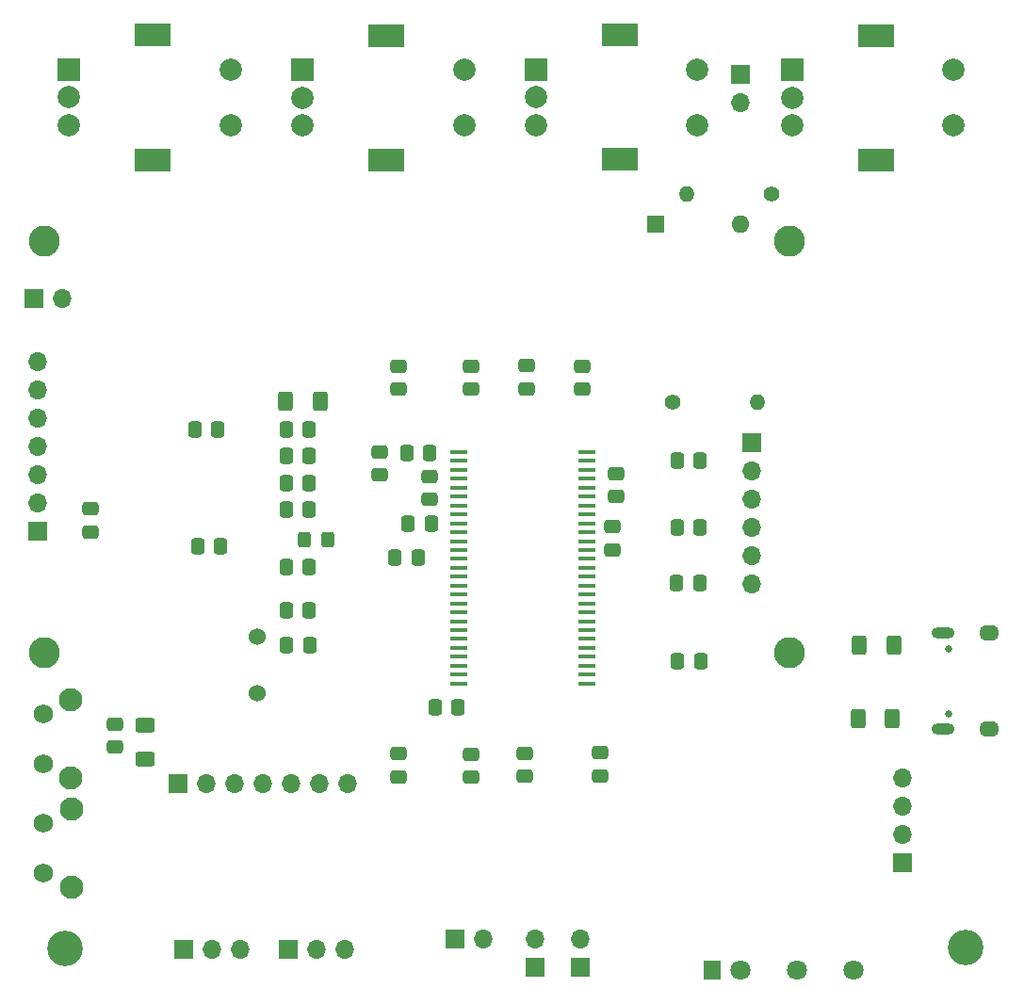
<source format=gbr>
%TF.GenerationSoftware,KiCad,Pcbnew,9.0.5*%
%TF.CreationDate,2025-11-16T19:48:47+01:00*%
%TF.ProjectId,OSCAR_Proc,4f534341-525f-4507-926f-632e6b696361,rev?*%
%TF.SameCoordinates,Original*%
%TF.FileFunction,Soldermask,Top*%
%TF.FilePolarity,Negative*%
%FSLAX46Y46*%
G04 Gerber Fmt 4.6, Leading zero omitted, Abs format (unit mm)*
G04 Created by KiCad (PCBNEW 9.0.5) date 2025-11-16 19:48:47*
%MOMM*%
%LPD*%
G01*
G04 APERTURE LIST*
G04 Aperture macros list*
%AMRoundRect*
0 Rectangle with rounded corners*
0 $1 Rounding radius*
0 $2 $3 $4 $5 $6 $7 $8 $9 X,Y pos of 4 corners*
0 Add a 4 corners polygon primitive as box body*
4,1,4,$2,$3,$4,$5,$6,$7,$8,$9,$2,$3,0*
0 Add four circle primitives for the rounded corners*
1,1,$1+$1,$2,$3*
1,1,$1+$1,$4,$5*
1,1,$1+$1,$6,$7*
1,1,$1+$1,$8,$9*
0 Add four rect primitives between the rounded corners*
20,1,$1+$1,$2,$3,$4,$5,0*
20,1,$1+$1,$4,$5,$6,$7,0*
20,1,$1+$1,$6,$7,$8,$9,0*
20,1,$1+$1,$8,$9,$2,$3,0*%
G04 Aperture macros list end*
%ADD10RoundRect,0.250000X0.337500X0.475000X-0.337500X0.475000X-0.337500X-0.475000X0.337500X-0.475000X0*%
%ADD11RoundRect,0.250000X-0.337500X-0.475000X0.337500X-0.475000X0.337500X0.475000X-0.337500X0.475000X0*%
%ADD12RoundRect,0.250000X-0.475000X0.337500X-0.475000X-0.337500X0.475000X-0.337500X0.475000X0.337500X0*%
%ADD13R,2.000000X2.000000*%
%ADD14C,2.000000*%
%ADD15R,3.200000X2.000000*%
%ADD16RoundRect,0.250000X0.400000X0.625000X-0.400000X0.625000X-0.400000X-0.625000X0.400000X-0.625000X0*%
%ADD17RoundRect,0.250000X0.475000X-0.337500X0.475000X0.337500X-0.475000X0.337500X-0.475000X-0.337500X0*%
%ADD18C,2.800000*%
%ADD19R,1.700000X1.700000*%
%ADD20O,1.700000X1.700000*%
%ADD21C,3.200000*%
%ADD22R,1.510000X0.458000*%
%ADD23RoundRect,0.250000X0.325000X0.450000X-0.325000X0.450000X-0.325000X-0.450000X0.325000X-0.450000X0*%
%ADD24RoundRect,0.250000X0.625000X-0.400000X0.625000X0.400000X-0.625000X0.400000X-0.625000X-0.400000X0*%
%ADD25C,0.650000*%
%ADD26O,1.800000X1.400000*%
%ADD27O,2.100000X1.000000*%
%ADD28C,2.100000*%
%ADD29C,1.750000*%
%ADD30C,1.524000*%
%ADD31R,1.500000X1.800000*%
%ADD32C,1.800000*%
%ADD33R,1.600000X1.600000*%
%ADD34O,1.600000X1.600000*%
%ADD35C,1.400000*%
%ADD36O,1.400000X1.400000*%
G04 APERTURE END LIST*
D10*
%TO.C,C22*%
X131402500Y-73220000D03*
X129327500Y-73220000D03*
%TD*%
%TO.C,C13*%
X142252500Y-62970000D03*
X140177500Y-62970000D03*
%TD*%
D11*
%TO.C,C11*%
X121127500Y-60870000D03*
X123202500Y-60870000D03*
%TD*%
D12*
%TO.C,C32*%
X157515000Y-89932500D03*
X157515000Y-92007500D03*
%TD*%
D13*
%TO.C,SW1*%
X174840000Y-28560000D03*
D14*
X174840000Y-33560000D03*
X174840000Y-31060000D03*
D15*
X182340000Y-25460000D03*
X182340000Y-36660000D03*
D14*
X189340000Y-33560000D03*
X189340000Y-28560000D03*
%TD*%
D10*
%TO.C,C39*%
X131415000Y-68070000D03*
X129340000Y-68070000D03*
%TD*%
D12*
%TO.C,C33*%
X150815000Y-89982500D03*
X150815000Y-92057500D03*
%TD*%
%TO.C,C6*%
X113980000Y-87372500D03*
X113980000Y-89447500D03*
%TD*%
D16*
%TO.C,R11*%
X132410000Y-58350000D03*
X129310000Y-58350000D03*
%TD*%
D17*
%TO.C,C19*%
X158965000Y-66907500D03*
X158965000Y-64832500D03*
%TD*%
D10*
%TO.C,C21*%
X131402500Y-77170000D03*
X129327500Y-77170000D03*
%TD*%
D11*
%TO.C,C31*%
X164527500Y-81720000D03*
X166602500Y-81720000D03*
%TD*%
D13*
%TO.C,SW2*%
X151810000Y-28520000D03*
D14*
X151810000Y-33520000D03*
X151810000Y-31020000D03*
D15*
X159310000Y-25420000D03*
X159310000Y-36620000D03*
D14*
X166310000Y-33520000D03*
X166310000Y-28520000D03*
%TD*%
D12*
%TO.C,C3*%
X111730000Y-68022500D03*
X111730000Y-70097500D03*
%TD*%
D18*
%TO.C,U6*%
X174560000Y-80920000D03*
X174560000Y-43920000D03*
X107560000Y-80920000D03*
X107560000Y-43920000D03*
D19*
X106990000Y-70040000D03*
D20*
X106990000Y-67500000D03*
X106990000Y-64960000D03*
X106990000Y-62420000D03*
X106990000Y-59880000D03*
X106990000Y-57340000D03*
X106990000Y-54800000D03*
%TD*%
D12*
%TO.C,C34*%
X145965000Y-90082500D03*
X145965000Y-92157500D03*
%TD*%
D11*
%TO.C,C29*%
X164477500Y-63720000D03*
X166552500Y-63720000D03*
%TD*%
D17*
%TO.C,C25*%
X139415000Y-57257500D03*
X139415000Y-55182500D03*
%TD*%
D10*
%TO.C,C36*%
X131402500Y-63270000D03*
X129327500Y-63270000D03*
%TD*%
D21*
%TO.C,REF\u002A\u002A*%
X190400000Y-107450000D03*
%TD*%
D10*
%TO.C,C38*%
X131402500Y-65670000D03*
X129327500Y-65670000D03*
%TD*%
D17*
%TO.C,C26*%
X145915000Y-57257500D03*
X145915000Y-55182500D03*
%TD*%
D10*
%TO.C,C15*%
X144777500Y-85820000D03*
X142702500Y-85820000D03*
%TD*%
D11*
%TO.C,C14*%
X140302500Y-69320000D03*
X142377500Y-69320000D03*
%TD*%
%TO.C,C35*%
X164427500Y-74720000D03*
X166502500Y-74720000D03*
%TD*%
D16*
%TO.C,R4*%
X183820000Y-86880000D03*
X180720000Y-86880000D03*
%TD*%
D17*
%TO.C,C28*%
X155915000Y-57257500D03*
X155915000Y-55182500D03*
%TD*%
D11*
%TO.C,C30*%
X164477500Y-69670000D03*
X166552500Y-69670000D03*
%TD*%
D12*
%TO.C,C24*%
X139415000Y-90032500D03*
X139415000Y-92107500D03*
%TD*%
D17*
%TO.C,C27*%
X150915000Y-57207500D03*
X150915000Y-55132500D03*
%TD*%
D11*
%TO.C,C12*%
X121390000Y-71370000D03*
X123465000Y-71370000D03*
%TD*%
D10*
%TO.C,C37*%
X131402500Y-60920000D03*
X129327500Y-60920000D03*
%TD*%
D21*
%TO.C,REF\u002A\u002A*%
X109420000Y-107560000D03*
%TD*%
D12*
%TO.C,C16*%
X142190000Y-65082500D03*
X142190000Y-67157500D03*
%TD*%
D10*
%TO.C,C20*%
X131432500Y-80250000D03*
X129357500Y-80250000D03*
%TD*%
D22*
%TO.C,U3*%
X144865000Y-62920000D03*
X144865000Y-63720000D03*
X144865000Y-64520000D03*
X144865000Y-65320000D03*
X144865000Y-66120000D03*
X144865000Y-66920000D03*
X144865000Y-67720000D03*
X144865000Y-68520000D03*
X144865000Y-69320000D03*
X144865000Y-70120000D03*
X144865000Y-70920000D03*
X144865000Y-71720000D03*
X144865000Y-72520000D03*
X144865000Y-73320000D03*
X144865000Y-74120000D03*
X144865000Y-74920000D03*
X144865000Y-75720000D03*
X144865000Y-76520000D03*
X144865000Y-77320000D03*
X144865000Y-78120000D03*
X144865000Y-78920000D03*
X144865000Y-79720000D03*
X144865000Y-80520000D03*
X144865000Y-81320000D03*
X144865000Y-82120000D03*
X144865000Y-82920000D03*
X144865000Y-83720000D03*
X156365000Y-83720000D03*
X156365000Y-82920000D03*
X156365000Y-82120000D03*
X156365000Y-81320000D03*
X156365000Y-80520000D03*
X156365000Y-79720000D03*
X156365000Y-78920000D03*
X156365000Y-78120000D03*
X156365000Y-77320000D03*
X156365000Y-76520000D03*
X156365000Y-75720000D03*
X156365000Y-74920000D03*
X156365000Y-74120000D03*
X156365000Y-73320000D03*
X156365000Y-72520000D03*
X156365000Y-71720000D03*
X156365000Y-70920000D03*
X156365000Y-70120000D03*
X156365000Y-69320000D03*
X156365000Y-68520000D03*
X156365000Y-67720000D03*
X156365000Y-66920000D03*
X156365000Y-66120000D03*
X156365000Y-65320000D03*
X156365000Y-64520000D03*
X156365000Y-63720000D03*
X156365000Y-62920000D03*
%TD*%
D23*
%TO.C,FB3*%
X133040000Y-70770000D03*
X130990000Y-70770000D03*
%TD*%
D17*
%TO.C,C18*%
X158665000Y-71707500D03*
X158665000Y-69632500D03*
%TD*%
D13*
%TO.C,SW3*%
X130820000Y-28560000D03*
D14*
X130820000Y-33560000D03*
X130820000Y-31060000D03*
D15*
X138320000Y-25460000D03*
X138320000Y-36660000D03*
D14*
X145320000Y-33560000D03*
X145320000Y-28560000D03*
%TD*%
D13*
%TO.C,SW4*%
X109830000Y-28540000D03*
D14*
X109830000Y-33540000D03*
X109830000Y-31040000D03*
D15*
X117330000Y-25440000D03*
X117330000Y-36640000D03*
D14*
X124330000Y-33540000D03*
X124330000Y-28540000D03*
%TD*%
D24*
%TO.C,R5*%
X116640000Y-90540000D03*
X116640000Y-87440000D03*
%TD*%
D16*
%TO.C,R3*%
X183960000Y-80280000D03*
X180860000Y-80280000D03*
%TD*%
D11*
%TO.C,C17*%
X139102500Y-72395000D03*
X141177500Y-72395000D03*
%TD*%
D17*
%TO.C,C23*%
X137765000Y-64957500D03*
X137765000Y-62882500D03*
%TD*%
D19*
%TO.C,J7*%
X119630000Y-92725000D03*
D20*
X122170000Y-92725000D03*
X124710000Y-92725000D03*
X127250000Y-92725000D03*
X129790000Y-92725000D03*
X132330000Y-92725000D03*
X134870000Y-92725000D03*
%TD*%
D19*
%TO.C,J9*%
X155740000Y-109210000D03*
D20*
X155740000Y-106670000D03*
%TD*%
D19*
%TO.C,J1*%
X184750000Y-99850000D03*
D20*
X184750000Y-97310000D03*
X184750000Y-94770000D03*
X184750000Y-92230000D03*
%TD*%
D25*
%TO.C,J2*%
X188880000Y-80640000D03*
X188880000Y-86420000D03*
D26*
X192560000Y-79210000D03*
D27*
X188380000Y-79210000D03*
D26*
X192560000Y-87850000D03*
D27*
X188380000Y-87850000D03*
%TD*%
D19*
%TO.C,J11*%
X106660000Y-49080000D03*
D20*
X109200000Y-49080000D03*
%TD*%
D28*
%TO.C,SW5*%
X110040000Y-95040000D03*
X110040000Y-102050000D03*
D29*
X107550000Y-96290000D03*
X107550000Y-100790000D03*
%TD*%
D19*
%TO.C,J6*%
X144495000Y-106670000D03*
D20*
X147035000Y-106670000D03*
%TD*%
D30*
%TO.C,Y1*%
X126715000Y-79480000D03*
X126715000Y-84560000D03*
%TD*%
D19*
%TO.C,J4*%
X129500000Y-107580000D03*
D20*
X132040000Y-107580000D03*
X134580000Y-107580000D03*
%TD*%
D31*
%TO.C,PS1*%
X167632500Y-109482500D03*
D32*
X170172500Y-109482500D03*
X175252500Y-109482500D03*
X180332500Y-109482500D03*
%TD*%
D28*
%TO.C,SW6*%
X110010000Y-85180000D03*
X110010000Y-92190000D03*
D29*
X107520000Y-86430000D03*
X107520000Y-90930000D03*
%TD*%
D33*
%TO.C,D4*%
X162520000Y-42390000D03*
D34*
X170140000Y-42390000D03*
%TD*%
D19*
%TO.C,J10*%
X151710000Y-109210000D03*
D20*
X151710000Y-106670000D03*
%TD*%
D19*
%TO.C,J8*%
X171140000Y-62040000D03*
D20*
X171140000Y-64580000D03*
X171140000Y-67120000D03*
X171140000Y-69660000D03*
X171140000Y-72200000D03*
X171140000Y-74740000D03*
%TD*%
D35*
%TO.C,R10*%
X172980000Y-39690000D03*
D36*
X165360000Y-39690000D03*
%TD*%
D19*
%TO.C,J3*%
X120140000Y-107580000D03*
D20*
X122680000Y-107580000D03*
X125220000Y-107580000D03*
%TD*%
D35*
%TO.C,R9*%
X164060000Y-58410000D03*
D36*
X171680000Y-58410000D03*
%TD*%
D19*
%TO.C,J5*%
X170190000Y-28970000D03*
D20*
X170190000Y-31510000D03*
%TD*%
M02*

</source>
